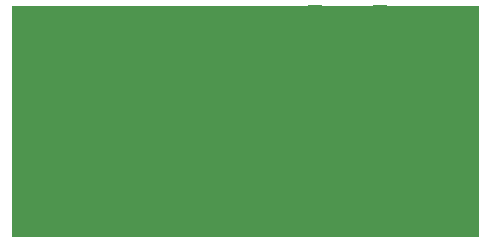
<source format=gbl>
G04*
G04 #@! TF.GenerationSoftware,Altium Limited,Altium Designer,24.4.1 (13)*
G04*
G04 Layer_Physical_Order=6*
G04 Layer_Color=16711680*
%FSLAX25Y25*%
%MOIN*%
G70*
G04*
G04 #@! TF.SameCoordinates,8AE4C5FD-FAF6-43D2-9A58-D59D8264A591*
G04*
G04*
G04 #@! TF.FilePolarity,Positive*
G04*
G01*
G75*
%ADD11R,0.16142X0.04921*%
%ADD13R,0.04921X0.16142*%
%ADD32C,0.02756*%
G36*
X156677Y803D02*
X803D01*
Y77937D01*
X156677D01*
Y803D01*
D02*
G37*
D11*
X9055Y50295D02*
D03*
Y28445D02*
D03*
X148721D02*
D03*
Y50295D02*
D03*
D13*
X28445Y9055D02*
D03*
X50295D02*
D03*
Y69685D02*
D03*
X28445D02*
D03*
X123721Y70079D02*
D03*
X101870D02*
D03*
X101870Y9055D02*
D03*
X123720D02*
D03*
D32*
X116929Y39370D02*
D03*
X101870Y70079D02*
D03*
X101969Y74213D02*
D03*
Y66339D02*
D03*
X123721Y70079D02*
D03*
X123819Y74213D02*
D03*
Y66339D02*
D03*
X148721Y50295D02*
D03*
X152854Y50197D02*
D03*
X144980D02*
D03*
X148721Y28445D02*
D03*
X152854Y28346D02*
D03*
X144980D02*
D03*
X123720Y9055D02*
D03*
X123622Y4921D02*
D03*
Y12795D02*
D03*
X101870Y9055D02*
D03*
X101772Y4921D02*
D03*
Y12795D02*
D03*
X50295Y9055D02*
D03*
X50197Y4921D02*
D03*
Y12795D02*
D03*
X28445Y9055D02*
D03*
X28346Y4921D02*
D03*
Y12795D02*
D03*
X50295Y69685D02*
D03*
X50197Y65551D02*
D03*
Y73425D02*
D03*
X28445Y69685D02*
D03*
X28346Y65551D02*
D03*
Y73425D02*
D03*
X9055Y50295D02*
D03*
X4921Y50394D02*
D03*
X12795D02*
D03*
Y28543D02*
D03*
X4921D02*
D03*
X9055Y28445D02*
D03*
X119165Y29528D02*
D03*
Y49213D02*
D03*
X122575Y47244D02*
D03*
Y31496D02*
D03*
X125984Y45276D02*
D03*
Y33465D02*
D03*
X129921D02*
D03*
Y45276D02*
D03*
X133858Y33465D02*
D03*
Y45276D02*
D03*
X153543D02*
D03*
X149606D02*
D03*
X145669D02*
D03*
X141732D02*
D03*
X137795D02*
D03*
Y33465D02*
D03*
X141732D02*
D03*
X145669D02*
D03*
X149606D02*
D03*
X153543D02*
D03*
X118701Y5906D02*
D03*
Y9843D02*
D03*
Y13780D02*
D03*
Y17717D02*
D03*
Y21654D02*
D03*
Y25591D02*
D03*
X118701Y53150D02*
D03*
Y57087D02*
D03*
Y61024D02*
D03*
Y64961D02*
D03*
Y68898D02*
D03*
Y72835D02*
D03*
X106890Y74803D02*
D03*
X106890Y70866D02*
D03*
X106890Y66929D02*
D03*
Y62992D02*
D03*
Y59055D02*
D03*
Y55118D02*
D03*
X106890Y51181D02*
D03*
X106890Y47244D02*
D03*
Y43307D02*
D03*
Y39370D02*
D03*
Y35433D02*
D03*
Y31496D02*
D03*
Y27559D02*
D03*
X106890Y23622D02*
D03*
Y19685D02*
D03*
X106890Y15748D02*
D03*
X106890Y11811D02*
D03*
X106890Y7874D02*
D03*
X106890Y3937D02*
D03*
X45276Y72835D02*
D03*
Y68898D02*
D03*
Y64961D02*
D03*
Y61024D02*
D03*
Y57087D02*
D03*
Y53150D02*
D03*
Y49213D02*
D03*
Y45276D02*
D03*
Y41339D02*
D03*
Y37402D02*
D03*
Y33465D02*
D03*
Y29528D02*
D03*
Y25591D02*
D03*
Y21654D02*
D03*
Y17717D02*
D03*
Y13780D02*
D03*
Y9843D02*
D03*
Y5906D02*
D03*
X33465D02*
D03*
Y9843D02*
D03*
Y13780D02*
D03*
Y17717D02*
D03*
Y21654D02*
D03*
Y25591D02*
D03*
Y29528D02*
D03*
Y33465D02*
D03*
X29528D02*
D03*
X25591D02*
D03*
X21654D02*
D03*
X17717D02*
D03*
X13780D02*
D03*
X9843D02*
D03*
X5906D02*
D03*
X33465Y72835D02*
D03*
Y68898D02*
D03*
Y64961D02*
D03*
Y61024D02*
D03*
Y57087D02*
D03*
Y53150D02*
D03*
X5906Y45276D02*
D03*
X9843D02*
D03*
X13780D02*
D03*
X17717D02*
D03*
X21654D02*
D03*
X25591D02*
D03*
X29528D02*
D03*
X33465Y49213D02*
D03*
Y45276D02*
D03*
M02*

</source>
